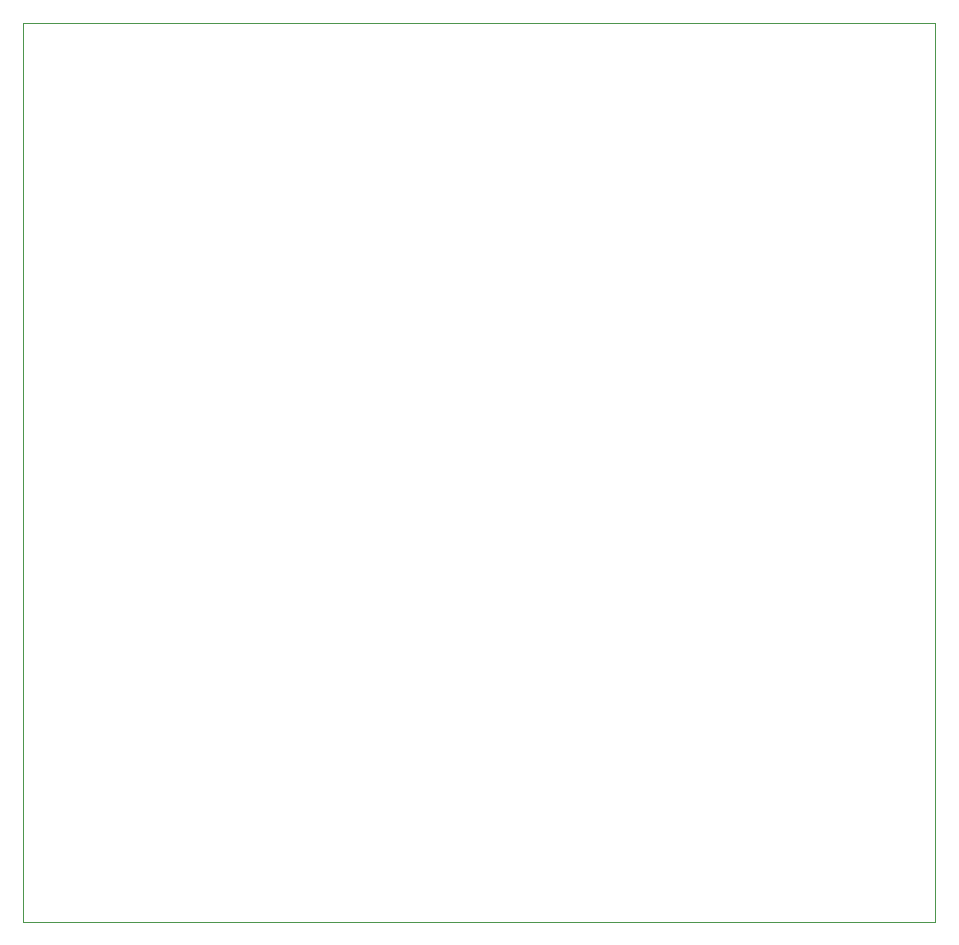
<source format=gm1>
G04 #@! TF.GenerationSoftware,KiCad,Pcbnew,7.0.7*
G04 #@! TF.CreationDate,2024-03-19T17:37:58+01:00*
G04 #@! TF.ProjectId,Main_board,4d61696e-5f62-46f6-9172-642e6b696361,rev?*
G04 #@! TF.SameCoordinates,Original*
G04 #@! TF.FileFunction,Profile,NP*
%FSLAX46Y46*%
G04 Gerber Fmt 4.6, Leading zero omitted, Abs format (unit mm)*
G04 Created by KiCad (PCBNEW 7.0.7) date 2024-03-19 17:37:58*
%MOMM*%
%LPD*%
G01*
G04 APERTURE LIST*
G04 #@! TA.AperFunction,Profile*
%ADD10C,0.100000*%
G04 #@! TD*
G04 APERTURE END LIST*
D10*
X68808600Y-118110000D02*
X146024600Y-118110000D01*
X146024600Y-194208800D01*
X68808600Y-194208800D01*
X68808600Y-118110000D01*
M02*

</source>
